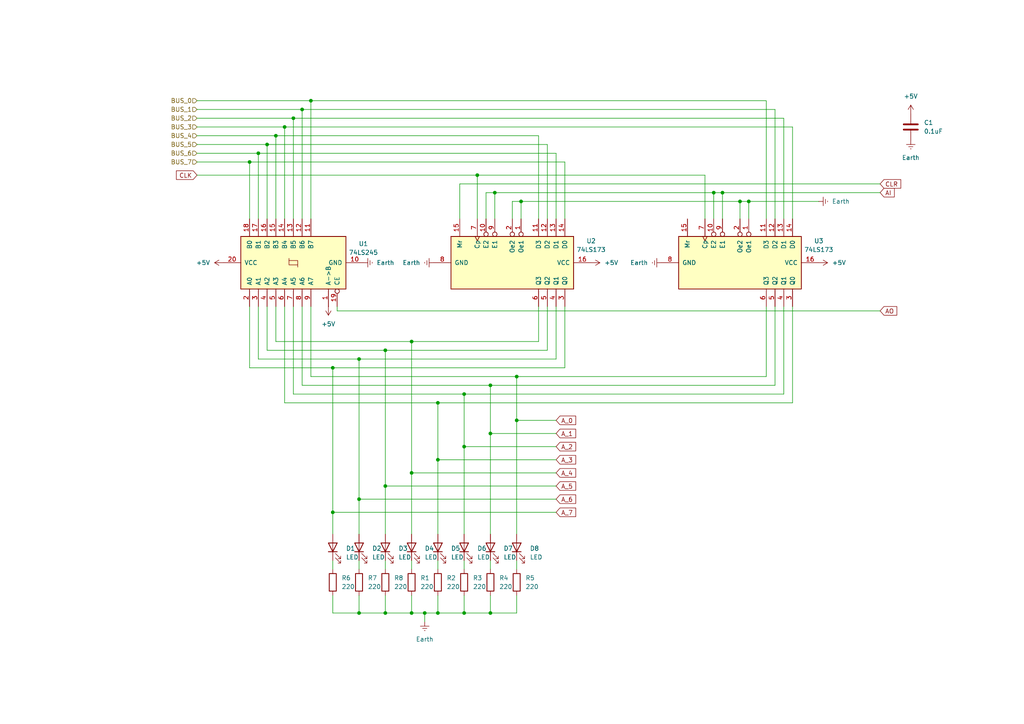
<source format=kicad_sch>
(kicad_sch (version 20231120) (generator "eeschema") (generator_version "8.0")
  (paper "A4")
  (lib_symbols
    (symbol "74xx:74LS173" (pin_names (offset 1.016))
      (property "Reference" "U" (at -7.62 19.05 0))
      (property "Value" "74LS173" (at -7.62 -19.05 0))
      (symbol "74LS173_1_0"
        (pin input inverted (at -12.7 2.54 0) (length 5.08) (name "Oe1") (number "1"))
        (pin input inverted (at -12.7 -7.62 0) (length 5.08) (name "E2") (number "10"))
        (pin input line (at -12.7 7.62 0) (length 5.08) (name "D3") (number "11"))
        (pin input line (at -12.7 10.16 0) (length 5.08) (name "D2") (number "12"))
        (pin input line (at -12.7 12.7 0) (length 5.08) (name "D1") (number "13"))
        (pin input line (at -12.7 15.24 0) (length 5.08) (name "D0") (number "14"))
        (pin input line (at -12.7 -15.24 0) (length 5.08) (name "Mr") (number "15"))
        (pin power_in line (at 0 22.86 270) (length 5.08) (name "VCC") (number "16"))
        (pin input inverted (at -12.7 0 0) (length 5.08) (name "Oe2") (number "2"))
        (pin tri_state line (at 12.7 15.24 180) (length 5.08) (name "Q0") (number "3"))
        (pin tri_state line (at 12.7 12.7 180) (length 5.08) (name "Q1") (number "4"))
        (pin tri_state line (at 12.7 10.16 180) (length 5.08) (name "Q2") (number "5"))
        (pin tri_state line (at 12.7 7.62 180) (length 5.08) (name "Q3") (number "6"))
        (pin input clock (at -12.7 -10.16 0) (length 5.08) (name "Cp") (number "7"))
        (pin power_in line (at 0 -22.86 90) (length 5.08) (name "GND") (number "8"))
        (pin input inverted (at -12.7 -5.08 0) (length 5.08) (name "E1") (number "9"))
      )
      (symbol "74LS173_1_1"
        (rectangle (start -7.62 17.78) (end 7.62 -17.78) (stroke (width 0.254)) (fill (type background)))
      )
    )
    (symbol "74xx:74LS245" (pin_names (offset 1.016))
      (property "Reference" "U" (at -7.62 16.51 0))
      (property "Value" "74LS245" (at -7.62 -16.51 0))
      (symbol "74LS245_1_0"
        (polyline (pts (xy -0.635 -1.27) (xy -0.635 1.27) (xy 0.635 1.27)))
        (polyline (pts (xy -1.27 -1.27) (xy 0.635 -1.27) (xy 0.635 1.27) (xy 1.27 1.27)))
        (pin input line (at -12.7 -10.16 0) (length 5.08) (name "A->B") (number "1"))
        (pin power_in line (at 0 -20.32 90) (length 5.08) (name "GND") (number "10"))
        (pin tri_state line (at 12.7 -5.08 180) (length 5.08) (name "B7") (number "11"))
        (pin tri_state line (at 12.7 -2.54 180) (length 5.08) (name "B6") (number "12"))
        (pin tri_state line (at 12.7 0 180) (length 5.08) (name "B5") (number "13"))
        (pin tri_state line (at 12.7 2.54 180) (length 5.08) (name "B4") (number "14"))
        (pin tri_state line (at 12.7 5.08 180) (length 5.08) (name "B3") (number "15"))
        (pin tri_state line (at 12.7 7.62 180) (length 5.08) (name "B2") (number "16"))
        (pin tri_state line (at 12.7 10.16 180) (length 5.08) (name "B1") (number "17"))
        (pin tri_state line (at 12.7 12.7 180) (length 5.08) (name "B0") (number "18"))
        (pin input inverted (at -12.7 -12.7 0) (length 5.08) (name "CE") (number "19"))
        (pin tri_state line (at -12.7 12.7 0) (length 5.08) (name "A0") (number "2"))
        (pin power_in line (at 0 20.32 270) (length 5.08) (name "VCC") (number "20"))
        (pin tri_state line (at -12.7 10.16 0) (length 5.08) (name "A1") (number "3"))
        (pin tri_state line (at -12.7 7.62 0) (length 5.08) (name "A2") (number "4"))
        (pin tri_state line (at -12.7 5.08 0) (length 5.08) (name "A3") (number "5"))
        (pin tri_state line (at -12.7 2.54 0) (length 5.08) (name "A4") (number "6"))
        (pin tri_state line (at -12.7 0 0) (length 5.08) (name "A5") (number "7"))
        (pin tri_state line (at -12.7 -2.54 0) (length 5.08) (name "A6") (number "8"))
        (pin tri_state line (at -12.7 -5.08 0) (length 5.08) (name "A7") (number "9"))
      )
      (symbol "74LS245_1_1"
        (rectangle (start -7.62 15.24) (end 7.62 -15.24) (stroke (width 0.254)) (fill (type background)))
      )
    )
    (symbol "Device:C" (pin_numbers hide) (pin_names (offset 0.254))
      (property "Reference" "C" (at 0.635 2.54 0))
      (property "Value" "C" (at 0.635 -2.54 0))
      (symbol "C_0_1"
        (polyline (pts (xy -2.032 -0.762) (xy 2.032 -0.762)) (stroke (width 0.508)))
        (polyline (pts (xy -2.032 0.762) (xy 2.032 0.762)) (stroke (width 0.508)))
      )
      (symbol "C_1_1"
        (pin passive line (at 0 3.81 270) (length 2.794) (name "~") (number "1"))
        (pin passive line (at 0 -3.81 90) (length 2.794) (name "~") (number "2"))
      )
    )
    (symbol "Device:LED" (pin_numbers hide) (pin_names (offset 1.016) hide)
      (property "Reference" "D" (at 0 2.54 0))
      (property "Value" "LED" (at 0 -2.54 0))
      (symbol "LED_0_1"
        (polyline (pts (xy -1.27 -1.27) (xy -1.27 1.27)) (stroke (width 0.254)))
        (polyline (pts (xy -1.27 0) (xy 1.27 0)))
        (polyline (pts (xy 1.27 -1.27) (xy 1.27 1.27) (xy -1.27 0) (xy 1.27 -1.27)) (stroke (width 0.254)))
        (polyline (pts (xy -3.048 -0.762) (xy -4.572 -2.286) (xy -3.81 -2.286) (xy -4.572 -2.286) (xy -4.572 -1.524)))
        (polyline (pts (xy -1.778 -0.762) (xy -3.302 -2.286) (xy -2.54 -2.286) (xy -3.302 -2.286) (xy -3.302 -1.524)))
      )
      (symbol "LED_1_1"
        (pin passive line (at -3.81 0 0) (length 2.54) (name "K") (number "1"))
        (pin passive line (at 3.81 0 180) (length 2.54) (name "A") (number "2"))
      )
    )
    (symbol "Device:R" (pin_numbers hide) (pin_names (offset 0))
      (property "Reference" "R" (at 2.032 0 90))
      (property "Value" "R" (at 0 0 90))
      (symbol "R_0_1"
        (rectangle (start -1.016 -2.54) (end 1.016 2.54) (stroke (width 0.254)))
      )
      (symbol "R_1_1"
        (pin passive line (at 0 3.81 270) (length 1.27) (name "~") (number "1"))
        (pin passive line (at 0 -3.81 90) (length 1.27) (name "~") (number "2"))
      )
    )
    (symbol "power:+5V" (power) (pin_numbers hide) (pin_names (offset 0) hide)
      (property "Value" "+5V" (at 0 3.556 0))
      (symbol "+5V_0_1"
        (polyline (pts (xy -0.762 1.27) (xy 0 2.54)))
        (polyline (pts (xy 0 0) (xy 0 2.54)))
        (polyline (pts (xy 0 2.54) (xy 0.762 1.27)))
      )
      (symbol "+5V_1_1"
        (pin power_in line (at 0 0 90) (length 0) (name "~") (number "1"))
      )
    )
    (symbol "power:Earth" (power) (pin_numbers hide) (pin_names (offset 0) hide)
      (property "Value" "Earth" (at 0 -3.81 0))
      (symbol "Earth_0_1"
        (polyline (pts (xy -0.635 -1.905) (xy 0.635 -1.905)))
        (polyline (pts (xy -0.127 -2.54) (xy 0.127 -2.54)))
        (polyline (pts (xy 0 -1.27) (xy 0 0)))
        (polyline (pts (xy 1.27 -1.27) (xy -1.27 -1.27)))
      )
      (symbol "Earth_1_1"
        (pin power_in line (at 0 0 270) (length 0) (name "~") (number "1"))
      )
    )
  )
  (junction (at 123.19 177.8))
  (junction (at 127 116.84))
  (junction (at 209.55 55.88))
  (junction (at 104.14 104.14))
  (junction (at 149.86 109.22))
  (junction (at 142.24 177.8))
  (junction (at 119.38 99.06))
  (junction (at 96.52 148.59))
  (junction (at 119.38 177.8))
  (junction (at 127 177.8))
  (junction (at 149.86 121.92))
  (junction (at 142.24 111.76))
  (junction (at 134.62 177.8))
  (junction (at 143.51 55.88))
  (junction (at 72.39 46.99))
  (junction (at 85.09 34.29))
  (junction (at 217.17 58.42))
  (junction (at 142.24 125.73))
  (junction (at 87.63 31.75))
  (junction (at 90.17 29.21))
  (junction (at 111.76 101.6))
  (junction (at 151.13 58.42))
  (junction (at 214.63 58.42))
  (junction (at 134.62 129.54))
  (junction (at 77.47 41.91))
  (junction (at 111.76 140.97))
  (junction (at 207.01 55.88))
  (junction (at 127 133.35))
  (junction (at 138.43 50.8))
  (junction (at 82.55 36.83))
  (junction (at 104.14 144.78))
  (junction (at 111.76 177.8))
  (junction (at 134.62 114.3))
  (junction (at 96.52 106.68))
  (junction (at 80.01 39.37))
  (junction (at 74.93 44.45))
  (junction (at 119.38 137.16))
  (junction (at 104.14 177.8))
  (wire (pts (xy 229.87 36.83) (xy 229.87 63.5)))
  (wire (pts (xy 111.76 177.8) (xy 111.76 172.72)))
  (wire (pts (xy 85.09 63.5) (xy 85.09 34.29)))
  (wire (pts (xy 148.59 63.5) (xy 148.59 58.42)))
  (wire (pts (xy 142.24 125.73) (xy 142.24 154.94)))
  (wire (pts (xy 156.21 39.37) (xy 80.01 39.37)))
  (wire (pts (xy 229.87 116.84) (xy 127 116.84)))
  (wire (pts (xy 163.83 88.9) (xy 163.83 106.68)))
  (wire (pts (xy 119.38 99.06) (xy 119.38 137.16)))
  (wire (pts (xy 72.39 106.68) (xy 72.39 88.9)))
  (wire (pts (xy 142.24 111.76) (xy 87.63 111.76)))
  (wire (pts (xy 111.76 162.56) (xy 111.76 165.1)))
  (wire (pts (xy 119.38 177.8) (xy 111.76 177.8)))
  (wire (pts (xy 111.76 101.6) (xy 77.47 101.6)))
  (wire (pts (xy 214.63 58.42) (xy 217.17 58.42)))
  (wire (pts (xy 96.52 162.56) (xy 96.52 165.1)))
  (wire (pts (xy 97.79 88.9) (xy 97.79 90.17)))
  (wire (pts (xy 104.14 144.78) (xy 161.29 144.78)))
  (wire (pts (xy 57.15 46.99) (xy 72.39 46.99)))
  (wire (pts (xy 57.15 36.83) (xy 82.55 36.83)))
  (wire (pts (xy 161.29 104.14) (xy 161.29 88.9)))
  (wire (pts (xy 224.79 88.9) (xy 224.79 111.76)))
  (wire (pts (xy 227.33 34.29) (xy 227.33 63.5)))
  (wire (pts (xy 127 177.8) (xy 127 172.72)))
  (wire (pts (xy 96.52 148.59) (xy 161.29 148.59)))
  (wire (pts (xy 163.83 106.68) (xy 96.52 106.68)))
  (wire (pts (xy 77.47 101.6) (xy 77.47 88.9)))
  (wire (pts (xy 119.38 137.16) (xy 161.29 137.16)))
  (wire (pts (xy 111.76 140.97) (xy 161.29 140.97)))
  (wire (pts (xy 119.38 137.16) (xy 119.38 154.94)))
  (wire (pts (xy 85.09 34.29) (xy 57.15 34.29)))
  (wire (pts (xy 156.21 88.9) (xy 156.21 99.06)))
  (wire (pts (xy 96.52 177.8) (xy 96.52 172.72)))
  (wire (pts (xy 149.86 162.56) (xy 149.86 165.1)))
  (wire (pts (xy 209.55 55.88) (xy 209.55 63.5)))
  (wire (pts (xy 156.21 99.06) (xy 119.38 99.06)))
  (wire (pts (xy 133.35 63.5) (xy 133.35 53.34)))
  (wire (pts (xy 207.01 55.88) (xy 207.01 63.5)))
  (wire (pts (xy 255.27 55.88) (xy 209.55 55.88)))
  (wire (pts (xy 90.17 63.5) (xy 90.17 29.21)))
  (wire (pts (xy 72.39 46.99) (xy 163.83 46.99)))
  (wire (pts (xy 224.79 111.76) (xy 142.24 111.76)))
  (wire (pts (xy 134.62 129.54) (xy 134.62 154.94)))
  (wire (pts (xy 57.15 41.91) (xy 77.47 41.91)))
  (wire (pts (xy 209.55 55.88) (xy 207.01 55.88)))
  (wire (pts (xy 72.39 46.99) (xy 72.39 63.5)))
  (wire (pts (xy 90.17 29.21) (xy 222.25 29.21)))
  (wire (pts (xy 149.86 177.8) (xy 149.86 172.72)))
  (wire (pts (xy 161.29 44.45) (xy 74.93 44.45)))
  (wire (pts (xy 96.52 106.68) (xy 96.52 148.59)))
  (wire (pts (xy 163.83 46.99) (xy 163.83 63.5)))
  (wire (pts (xy 74.93 104.14) (xy 104.14 104.14)))
  (wire (pts (xy 104.14 144.78) (xy 104.14 154.94)))
  (wire (pts (xy 229.87 88.9) (xy 229.87 116.84)))
  (wire (pts (xy 74.93 44.45) (xy 57.15 44.45)))
  (wire (pts (xy 77.47 41.91) (xy 77.47 63.5)))
  (wire (pts (xy 134.62 162.56) (xy 134.62 165.1)))
  (wire (pts (xy 111.76 140.97) (xy 111.76 154.94)))
  (wire (pts (xy 80.01 39.37) (xy 57.15 39.37)))
  (wire (pts (xy 149.86 121.92) (xy 149.86 154.94)))
  (wire (pts (xy 123.19 177.8) (xy 127 177.8)))
  (wire (pts (xy 158.75 88.9) (xy 158.75 101.6)))
  (wire (pts (xy 119.38 99.06) (xy 80.01 99.06)))
  (wire (pts (xy 142.24 125.73) (xy 161.29 125.73)))
  (wire (pts (xy 214.63 58.42) (xy 214.63 63.5)))
  (wire (pts (xy 90.17 109.22) (xy 149.86 109.22)))
  (wire (pts (xy 57.15 31.75) (xy 87.63 31.75)))
  (wire (pts (xy 111.76 101.6) (xy 111.76 140.97)))
  (wire (pts (xy 57.15 50.8) (xy 138.43 50.8)))
  (wire (pts (xy 151.13 58.42) (xy 214.63 58.42)))
  (wire (pts (xy 227.33 114.3) (xy 227.33 88.9)))
  (wire (pts (xy 119.38 172.72) (xy 119.38 177.8)))
  (wire (pts (xy 133.35 53.34) (xy 255.27 53.34)))
  (wire (pts (xy 227.33 34.29) (xy 85.09 34.29)))
  (wire (pts (xy 87.63 31.75) (xy 224.79 31.75)))
  (wire (pts (xy 119.38 162.56) (xy 119.38 165.1)))
  (wire (pts (xy 127 133.35) (xy 127 154.94)))
  (wire (pts (xy 138.43 63.5) (xy 138.43 50.8)))
  (wire (pts (xy 134.62 114.3) (xy 134.62 129.54)))
  (wire (pts (xy 149.86 109.22) (xy 149.86 121.92)))
  (wire (pts (xy 90.17 29.21) (xy 57.15 29.21)))
  (wire (pts (xy 222.25 29.21) (xy 222.25 63.5)))
  (wire (pts (xy 87.63 111.76) (xy 87.63 88.9)))
  (wire (pts (xy 142.24 177.8) (xy 142.24 172.72)))
  (wire (pts (xy 82.55 36.83) (xy 82.55 63.5)))
  (wire (pts (xy 104.14 104.14) (xy 104.14 144.78)))
  (wire (pts (xy 161.29 63.5) (xy 161.29 44.45)))
  (wire (pts (xy 87.63 31.75) (xy 87.63 63.5)))
  (wire (pts (xy 156.21 63.5) (xy 156.21 39.37)))
  (wire (pts (xy 127 162.56) (xy 127 165.1)))
  (wire (pts (xy 111.76 177.8) (xy 104.14 177.8)))
  (wire (pts (xy 142.24 111.76) (xy 142.24 125.73)))
  (wire (pts (xy 96.52 148.59) (xy 96.52 154.94)))
  (wire (pts (xy 140.97 55.88) (xy 143.51 55.88)))
  (wire (pts (xy 138.43 50.8) (xy 204.47 50.8)))
  (wire (pts (xy 142.24 162.56) (xy 142.24 165.1)))
  (wire (pts (xy 80.01 63.5) (xy 80.01 39.37)))
  (wire (pts (xy 127 116.84) (xy 127 133.35)))
  (wire (pts (xy 148.59 58.42) (xy 151.13 58.42)))
  (wire (pts (xy 123.19 180.34) (xy 123.19 177.8)))
  (wire (pts (xy 217.17 58.42) (xy 237.49 58.42)))
  (wire (pts (xy 151.13 58.42) (xy 151.13 63.5)))
  (wire (pts (xy 217.17 58.42) (xy 217.17 63.5)))
  (wire (pts (xy 104.14 104.14) (xy 161.29 104.14)))
  (wire (pts (xy 82.55 36.83) (xy 229.87 36.83)))
  (wire (pts (xy 74.93 63.5) (xy 74.93 44.45)))
  (wire (pts (xy 104.14 162.56) (xy 104.14 165.1)))
  (wire (pts (xy 149.86 121.92) (xy 161.29 121.92)))
  (wire (pts (xy 142.24 177.8) (xy 149.86 177.8)))
  (wire (pts (xy 104.14 177.8) (xy 104.14 172.72)))
  (wire (pts (xy 143.51 55.88) (xy 207.01 55.88)))
  (wire (pts (xy 127 177.8) (xy 134.62 177.8)))
  (wire (pts (xy 74.93 88.9) (xy 74.93 104.14)))
  (wire (pts (xy 161.29 129.54) (xy 134.62 129.54)))
  (wire (pts (xy 134.62 177.8) (xy 142.24 177.8)))
  (wire (pts (xy 119.38 177.8) (xy 123.19 177.8)))
  (wire (pts (xy 85.09 88.9) (xy 85.09 114.3)))
  (wire (pts (xy 140.97 63.5) (xy 140.97 55.88)))
  (wire (pts (xy 104.14 177.8) (xy 96.52 177.8)))
  (wire (pts (xy 97.79 90.17) (xy 255.27 90.17)))
  (wire (pts (xy 134.62 172.72) (xy 134.62 177.8)))
  (wire (pts (xy 77.47 41.91) (xy 158.75 41.91)))
  (wire (pts (xy 161.29 133.35) (xy 127 133.35)))
  (wire (pts (xy 158.75 101.6) (xy 111.76 101.6)))
  (wire (pts (xy 224.79 31.75) (xy 224.79 63.5)))
  (wire (pts (xy 204.47 63.5) (xy 204.47 50.8)))
  (wire (pts (xy 85.09 114.3) (xy 134.62 114.3)))
  (wire (pts (xy 90.17 88.9) (xy 90.17 109.22)))
  (wire (pts (xy 96.52 106.68) (xy 72.39 106.68)))
  (wire (pts (xy 80.01 99.06) (xy 80.01 88.9)))
  (wire (pts (xy 82.55 116.84) (xy 82.55 88.9)))
  (wire (pts (xy 134.62 114.3) (xy 227.33 114.3)))
  (wire (pts (xy 222.25 109.22) (xy 222.25 88.9)))
  (wire (pts (xy 158.75 41.91) (xy 158.75 63.5)))
  (wire (pts (xy 127 116.84) (xy 82.55 116.84)))
  (wire (pts (xy 149.86 109.22) (xy 222.25 109.22)))
  (wire (pts (xy 143.51 55.88) (xy 143.51 63.5)))
  (global_label "CLR" (shape input) (at 255.27 53.34 0) (property "Intersheetrefs" "${INTERSHEET_REFS}" (effects (hide yes))))
  (global_label "A_3" (shape input) (at 161.29 133.35 0) (property "Intersheetrefs" "${INTERSHEET_REFS}" (effects (hide yes))))
  (global_label "A_1" (shape input) (at 161.29 125.73 0) (property "Intersheetrefs" "${INTERSHEET_REFS}" (effects (hide yes))))
  (global_label "A_2" (shape input) (at 161.29 129.54 0) (property "Intersheetrefs" "${INTERSHEET_REFS}" (effects (hide yes))))
  (global_label "A_7" (shape input) (at 161.29 148.59 0) (property "Intersheetrefs" "${INTERSHEET_REFS}" (effects (hide yes))))
  (global_label "A_6" (shape input) (at 161.29 144.78 0) (property "Intersheetrefs" "${INTERSHEET_REFS}" (effects (hide yes))))
  (global_label "CLK" (shape input) (at 57.15 50.8 180) (property "Intersheetrefs" "${INTERSHEET_REFS}" (effects (hide yes))))
  (global_label "A_0" (shape input) (at 161.29 121.92 0) (property "Intersheetrefs" "${INTERSHEET_REFS}" (effects (hide yes))))
  (global_label "AI" (shape input) (at 255.27 55.88 0) (property "Intersheetrefs" "${INTERSHEET_REFS}" (effects (hide yes))))
  (global_label "A_4" (shape input) (at 161.29 137.16 0) (property "Intersheetrefs" "${INTERSHEET_REFS}" (effects (hide yes))))
  (global_label "A_5" (shape input) (at 161.29 140.97 0) (property "Intersheetrefs" "${INTERSHEET_REFS}" (effects (hide yes))))
  (global_label "AO" (shape input) (at 255.27 90.17 0) (property "Intersheetrefs" "${INTERSHEET_REFS}" (effects (hide yes))))
  (hierarchical_label "BUS_6" (shape input) (at 57.15 44.45 180))
  (hierarchical_label "BUS_1" (shape input) (at 57.15 31.75 180))
  (hierarchical_label "BUS_0" (shape input) (at 57.15 29.21 180))
  (hierarchical_label "BUS_4" (shape input) (at 57.15 39.37 180))
  (hierarchical_label "BUS_5" (shape input) (at 57.15 41.91 180))
  (hierarchical_label "BUS_3" (shape input) (at 57.15 36.83 180))
  (hierarchical_label "BUS_2" (shape input) (at 57.15 34.29 180))
  (hierarchical_label "BUS_7" (shape input) (at 57.15 46.99 180))
  (symbol (lib_id "Device:R") (at 149.86 168.91 0) (unit 1)
    (property "Reference" "R5" (at 152.4 167.6399 0) (effects (justify left)))
    (property "Value" "220" (at 152.4 170.1799 0) (effects (justify left)))
    (property "Description" "Resistor" (effects (hide yes)))
  )
  (symbol (lib_id "power:+5V") (at 64.77 76.2 90) (unit 1)
    (property "Reference" "#PWR02" (effects (hide yes)))
    (property "Value" "+5V" (at 60.96 76.1999 90) (effects (justify left)))
    (property "Description" "Power symbol creates a global label with name \"+5V\"" (effects (hide yes)))
  )
  (symbol (lib_id "Device:LED") (at 96.52 158.75 90) (unit 1)
    (property "Reference" "D1" (at 100.33 159.0674 90) (effects (justify right)))
    (property "Value" "LED" (at 100.33 161.6074 90) (effects (justify right)))
    (property "Description" "Light emitting diode" (effects (hide yes)))
  )
  (symbol (lib_id "74xx:74LS173") (at 148.59 76.2 270) (unit 1)
    (property "Reference" "U2" (at 171.45 69.8814 90))
    (property "Value" "74LS173" (at 171.45 72.4214 90))
    (property "Datasheet" "http://www.ti.com/lit/gpn/sn74LS173" (effects (hide yes)))
    (property "Description" "4-bit D-type Register, 3 state out" (effects (hide yes)))
  )
  (symbol (lib_id "power:Earth") (at 264.16 40.64 0) (unit 1)
    (property "Reference" "#PWR09" (effects (hide yes)))
    (property "Value" "Earth" (at 264.16 45.72 0))
    (property "Description" "Power symbol creates a global label with name \"Earth\"" (effects (hide yes)))
  )
  (symbol (lib_id "Device:R") (at 127 168.91 0) (unit 1)
    (property "Reference" "R2" (at 129.54 167.6399 0) (effects (justify left)))
    (property "Value" "220" (at 129.54 170.1799 0) (effects (justify left)))
    (property "Description" "Resistor" (effects (hide yes)))
  )
  (symbol (lib_id "power:+5V") (at 237.49 76.2 270) (unit 1)
    (property "Reference" "#PWR07" (effects (hide yes)))
    (property "Value" "+5V" (at 241.3 76.1999 90) (effects (justify left)))
    (property "Description" "Power symbol creates a global label with name \"+5V\"" (effects (hide yes)))
  )
  (symbol (lib_id "Device:LED") (at 104.14 158.75 90) (unit 1)
    (property "Reference" "D2" (at 107.95 159.0674 90) (effects (justify right)))
    (property "Value" "LED" (at 107.95 161.6074 90) (effects (justify right)))
    (property "Description" "Light emitting diode" (effects (hide yes)))
  )
  (symbol (lib_id "Device:R") (at 134.62 168.91 0) (unit 1)
    (property "Reference" "R3" (at 137.16 167.6399 0) (effects (justify left)))
    (property "Value" "220" (at 137.16 170.1799 0) (effects (justify left)))
    (property "Description" "Resistor" (effects (hide yes)))
  )
  (symbol (lib_id "Device:R") (at 104.14 168.91 0) (unit 1)
    (property "Reference" "R7" (at 106.68 167.6399 0) (effects (justify left)))
    (property "Value" "220" (at 106.68 170.1799 0) (effects (justify left)))
    (property "Description" "Resistor" (effects (hide yes)))
  )
  (symbol (lib_id "Device:LED") (at 134.62 158.75 90) (unit 1)
    (property "Reference" "D6" (at 138.43 159.0674 90) (effects (justify right)))
    (property "Value" "LED" (at 138.43 161.6074 90) (effects (justify right)))
    (property "Description" "Light emitting diode" (effects (hide yes)))
  )
  (symbol (lib_id "74xx:74LS245") (at 85.09 76.2 90) (unit 1)
    (property "Reference" "U1" (at 105.41 70.7038 90))
    (property "Value" "74LS245" (at 105.41 73.2438 90))
    (property "Datasheet" "http://www.ti.com/lit/gpn/sn74LS245" (effects (hide yes)))
    (property "Description" "Octal BUS Transceivers, 3-State outputs" (effects (hide yes)))
  )
  (symbol (lib_id "Device:LED") (at 127 158.75 90) (unit 1)
    (property "Reference" "D5" (at 130.81 159.0674 90) (effects (justify right)))
    (property "Value" "LED" (at 130.81 161.6074 90) (effects (justify right)))
    (property "Description" "Light emitting diode" (effects (hide yes)))
  )
  (symbol (lib_id "power:Earth") (at 123.19 180.34 0) (unit 1)
    (property "Reference" "#PWR010" (effects (hide yes)))
    (property "Value" "Earth" (at 123.19 185.42 0))
    (property "Description" "Power symbol creates a global label with name \"Earth\"" (effects (hide yes)))
  )
  (symbol (lib_id "74xx:74LS173") (at 214.63 76.2 270) (unit 1)
    (property "Reference" "U3" (at 237.49 69.8814 90))
    (property "Value" "74LS173" (at 237.49 72.4214 90))
    (property "Datasheet" "http://www.ti.com/lit/gpn/sn74LS173" (effects (hide yes)))
    (property "Description" "4-bit D-type Register, 3 state out" (effects (hide yes)))
  )
  (symbol (lib_id "Device:R") (at 142.24 168.91 0) (unit 1)
    (property "Reference" "R4" (at 144.78 167.6399 0) (effects (justify left)))
    (property "Value" "220" (at 144.78 170.1799 0) (effects (justify left)))
    (property "Description" "Resistor" (effects (hide yes)))
  )
  (symbol (lib_id "Device:LED") (at 119.38 158.75 90) (unit 1)
    (property "Reference" "D4" (at 123.19 159.0674 90) (effects (justify right)))
    (property "Value" "LED" (at 123.19 161.6074 90) (effects (justify right)))
    (property "Description" "Light emitting diode" (effects (hide yes)))
  )
  (symbol (lib_id "Device:LED") (at 142.24 158.75 90) (unit 1)
    (property "Reference" "D7" (at 146.05 159.0674 90) (effects (justify right)))
    (property "Value" "LED" (at 146.05 161.6074 90) (effects (justify right)))
    (property "Description" "Light emitting diode" (effects (hide yes)))
  )
  (symbol (lib_id "Device:C") (at 264.16 36.83 0) (unit 1)
    (property "Reference" "C1" (at 267.97 35.5599 0) (effects (justify left)))
    (property "Value" "0.1uF" (at 267.97 38.0999 0) (effects (justify left)))
    (property "Description" "Unpolarized capacitor" (effects (hide yes)))
  )
  (symbol (lib_id "power:Earth") (at 125.73 76.2 270) (unit 1)
    (property "Reference" "#PWR05" (effects (hide yes)))
    (property "Value" "Earth" (at 121.92 76.1999 90) (effects (justify right)))
    (property "Description" "Power symbol creates a global label with name \"Earth\"" (effects (hide yes)))
  )
  (symbol (lib_id "power:Earth") (at 105.41 76.2 90) (unit 1)
    (property "Reference" "#PWR01" (effects (hide yes)))
    (property "Value" "Earth" (at 109.22 76.1999 90) (effects (justify right)))
    (property "Description" "Power symbol creates a global label with name \"Earth\"" (effects (hide yes)))
  )
  (symbol (lib_id "Device:LED") (at 111.76 158.75 90) (unit 1)
    (property "Reference" "D3" (at 115.57 159.0674 90) (effects (justify right)))
    (property "Value" "LED" (at 115.57 161.6074 90) (effects (justify right)))
    (property "Description" "Light emitting diode" (effects (hide yes)))
  )
  (symbol (lib_id "Device:LED") (at 149.86 158.75 90) (unit 1)
    (property "Reference" "D8" (at 153.67 159.0674 90) (effects (justify right)))
    (property "Value" "LED" (at 153.67 161.6074 90) (effects (justify right)))
    (property "Description" "Light emitting diode" (effects (hide yes)))
  )
  (symbol (lib_id "Device:R") (at 119.38 168.91 0) (unit 1)
    (property "Reference" "R1" (at 121.92 167.6399 0) (effects (justify left)))
    (property "Value" "220" (at 121.92 170.1799 0) (effects (justify left)))
    (property "Description" "Resistor" (effects (hide yes)))
  )
  (symbol (lib_id "power:Earth") (at 237.49 58.42 90) (unit 1)
    (property "Reference" "#PWR011" (effects (hide yes)))
    (property "Value" "Earth" (at 241.3 58.4199 90) (effects (justify right)))
    (property "Description" "Power symbol creates a global label with name \"Earth\"" (effects (hide yes)))
  )
  (symbol (lib_id "Device:R") (at 96.52 168.91 0) (unit 1)
    (property "Reference" "R6" (at 99.06 167.6399 0) (effects (justify left)))
    (property "Value" "220" (at 99.06 170.1799 0) (effects (justify left)))
    (property "Description" "Resistor" (effects (hide yes)))
  )
  (symbol (lib_id "power:+5V") (at 95.25 88.9 180) (unit 1)
    (property "Reference" "#PWR03" (effects (hide yes)))
    (property "Value" "+5V" (at 95.25 93.98 0))
    (property "Description" "Power symbol creates a global label with name \"+5V\"" (effects (hide yes)))
  )
  (symbol (lib_id "power:+5V") (at 171.45 76.2 270) (unit 1)
    (property "Reference" "#PWR04" (effects (hide yes)))
    (property "Value" "+5V" (at 175.26 76.1999 90) (effects (justify left)))
    (property "Description" "Power symbol creates a global label with name \"+5V\"" (effects (hide yes)))
  )
  (symbol (lib_id "power:+5V") (at 264.16 33.02 0) (unit 1)
    (property "Reference" "#PWR08" (effects (hide yes)))
    (property "Value" "+5V" (at 264.16 27.94 0))
    (property "Description" "Power symbol creates a global label with name \"+5V\"" (effects (hide yes)))
  )
  (symbol (lib_id "Device:R") (at 111.76 168.91 0) (unit 1)
    (property "Reference" "R8" (at 114.3 167.6399 0) (effects (justify left)))
    (property "Value" "220" (at 114.3 170.1799 0) (effects (justify left)))
    (property "Description" "Resistor" (effects (hide yes)))
  )
  (symbol (lib_id "power:Earth") (at 191.77 76.2 270) (unit 1)
    (property "Reference" "#PWR06" (effects (hide yes)))
    (property "Value" "Earth" (at 187.96 76.1999 90) (effects (justify right)))
    (property "Description" "Power symbol creates a global label with name \"Earth\"" (effects (hide yes)))
  )
)
</source>
